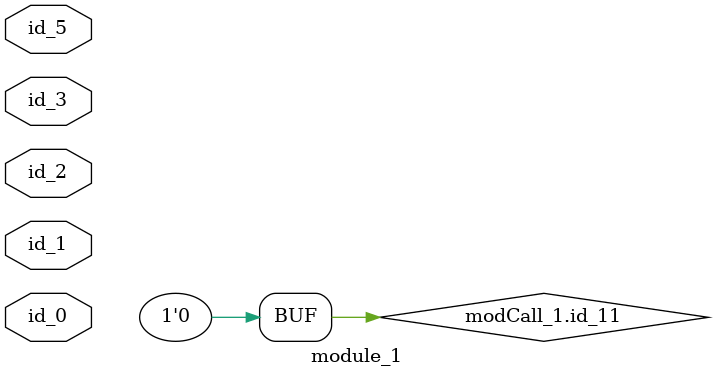
<source format=v>
module module_0 (
    id_1,
    id_2,
    id_3,
    id_4,
    id_5,
    id_6,
    id_7,
    id_8,
    id_9,
    id_10,
    id_11,
    id_12
);
  inout wire id_12;
  output wire id_11;
  inout wire id_10;
  inout wire id_9;
  inout wire id_8;
  input wire id_7;
  output wire id_6;
  output wire id_5;
  output wire id_4;
  input wire id_3;
  input wire id_2;
  output wire id_1;
  wire id_13;
  assign id_11 = 1 == id_12;
endmodule
module module_1 (
    input wand id_0
    , id_5,
    input wire id_1,
    input wand id_2,
    input tri  id_3
);
  wire id_6;
  module_0 modCall_1 (
      id_5,
      id_6,
      id_6,
      id_6,
      id_6,
      id_6,
      id_5,
      id_5,
      id_6,
      id_6,
      id_6,
      id_6
  );
  assign modCall_1.id_11 = 0;
  wire id_7;
endmodule

</source>
